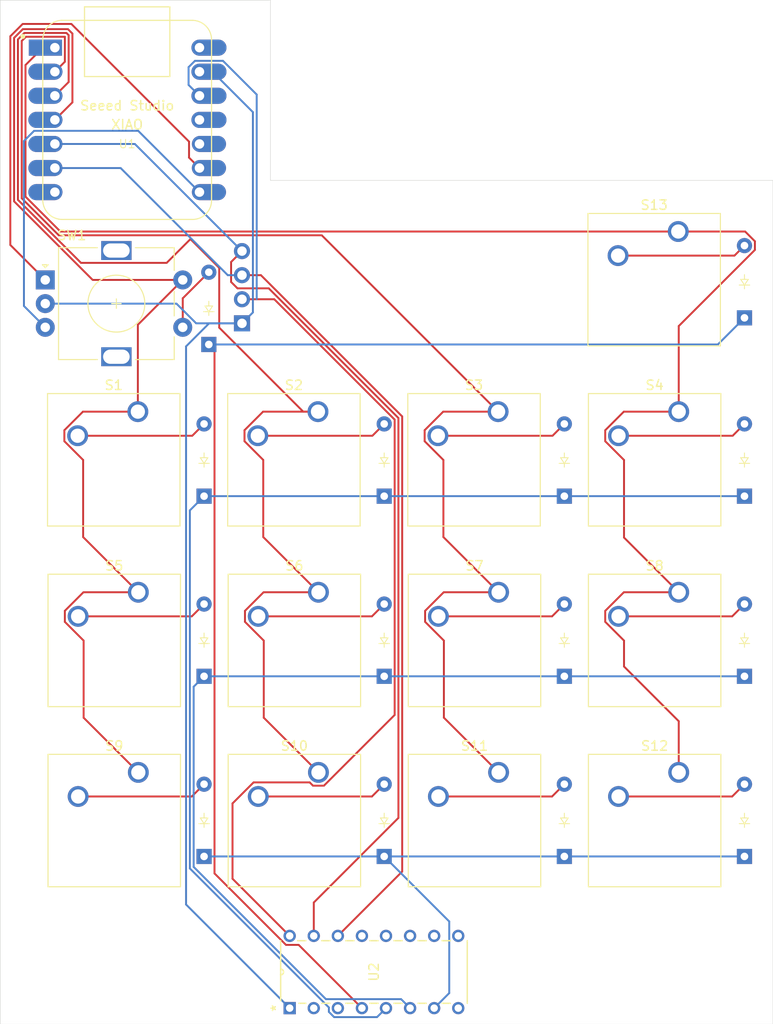
<source format=kicad_pcb>
(kicad_pcb (version 20240108) (generator "pcbnew") (generator_version "8.0")
  (layers (0 "F.Cu" signal) (31 "B.Cu" signal) (34 "B.Paste" user) (35 "F.Paste" user) (36 "B.SilkS" user "B.Silkscreen") (37 "F.SilkS" user "F.Silkscreen") (38 "B.Mask" user) (39 "F.Mask" user) (44 "Edge.Cuts" user))
  (net 0 "")
  (net 1 "SDA")
  (net 2 "SCL")
  (net 3 "GND")
  (net 4 "+3V3")
  (net 5 "Row 1")
  (net 6 "Net-(D1-A)")
  (net 7 "Net-(D2-A)")
  (net 8 "Net-(D3-A)")
  (net 9 "Net-(D4-A)")
  (net 10 "Row 2")
  (net 11 "Net-(D5-A)")
  (net 12 "Net-(D6-A)")
  (net 13 "Net-(D7-A)")
  (net 14 "Net-(D8-A)")
  (net 15 "Net-(D9-A)")
  (net 16 "Row 3")
  (net 17 "Net-(D10-A)")
  (net 18 "Net-(D11-A)")
  (net 19 "Net-(D12-A)")
  (net 20 "Net-(D13-A)")
  (net 21 "Row 0")
  (net 22 "E1OA")
  (net 23 "Column 3")
  (net 24 "Column 2")
  (net 25 "Column 1")
  (net 26 "Column 0")
  (net 27 "E1B")
  (net 28 "E1A")
  (net 30 "+5V")
  (footprint "footprints:XIAO-Generic-Hybrid-14P-2.54-21X17.8MM" (layer "F.Cu") (at 50.8895 38.12)
    (property "Reference" "U1" (at 0 2.54 0) (layer "F.SilkS") (effects (font (size 0.889 0.889) (thickness 0.1016))))
    (property "Value" "MOUDLE-SEEEDUINO-XIAO" (hide yes))
    (fp_text user "Seeed Studio" (at 0 -1.5 0) (layer "F.SilkS"))
    (fp_text user "XIAO" (at 0 0.5 0) (layer "F.SilkS"))
    (pad "1" thru_hole rect (at -7.625 -7.62) (size 3.5 1.7) (drill 1 (offset -1 0)) (layers "*.Cu" "*.Mask") (net 26 "Column 0"))
    (pad "2" thru_hole oval (at -7.625 -5.08) (size 3.6 1.7) (drill 1 (offset -1 0)) (layers "*.Cu" "*.Mask") (net 25 "Column 1"))
    (pad "3" thru_hole oval (at -7.625 -2.54) (size 3.6 1.7) (drill 1 (offset -1 0)) (layers "*.Cu" "*.Mask") (net 24 "Column 2"))
    (pad "4" thru_hole oval (at -7.625 0) (size 3.6 1.7) (drill 1 (offset -1 0)) (layers "*.Cu" "*.Mask") (net 23 "Column 3"))
    (pad "5" thru_hole oval (at -7.625 2.54) (size 3.6 1.7) (drill 1 (offset -1 0)) (layers "*.Cu" "*.Mask") (net 1 "SDA"))
    (pad "6" thru_hole oval (at -7.625 5.08 180) (size 3.6 1.7) (drill 1 (offset 1 0)) (layers "*.Cu" "*.Mask") (net 2 "SCL"))
    (pad "7" thru_hole oval (at -7.625 7.62) (size 3.6 1.7) (drill 1 (offset -1 0)) (layers "*.Cu" "*.Mask"))
    (pad "8" thru_hole oval (at 7.625 7.62) (size 3.6 1.7) (drill 1 (offset 1 0)) (layers "*.Cu" "*.Mask") (net 27 "E1B"))
    (pad "9" thru_hole oval (at 7.625 5.08) (size 3.6 1.7) (drill 1 (offset 1 0)) (layers "*.Cu" "*.Mask") (net 28 "E1A"))
    (pad "10" thru_hole oval (at 7.625 2.54) (size 3.6 1.7) (drill 1 (offset 1 0)) (layers "*.Cu" "*.Mask"))
    (pad "11" thru_hole oval (at 7.625 0) (size 3.7 1.7) (drill 1 (offset 1 0)) (layers "*.Cu" "*.Mask"))
    (pad "12" thru_hole oval (at 7.625 -2.54) (size 3.7 1.7) (drill 1 (offset 1 0)) (layers "*.Cu" "*.Mask") (net 4 "+3V3"))
    (pad "13" thru_hole oval (at 7.625 -5.08) (size 3.7 1.7) (drill 1 (offset 1 0)) (layers "*.Cu" "*.Mask") (net 3 "GND"))
    (pad "14" thru_hole oval (at 7.625 -7.62) (size 3.7 1.7) (drill 1 (offset 1 0)) (layers "*.Cu" "*.Mask") (net 30 "+5V"))
  )
  (footprint "Button_Switch_Keyboard:SW_Cherry_MX_1.00u_PCB" (layer "F.Cu") (at 109.015 49.895)
    (property "Reference" "S13" (at -2.54 -2.794 0) (layer "F.SilkS"))
    (property "Value" "Keyswitch")
    (pad "" np_thru_hole circle (at -7.62 5.08) (size 1.7 1.7) (drill 1.7) (layers "*.Cu" "*.Mask"))
    (pad "" np_thru_hole circle (at -2.54 5.08) (size 4 4) (drill 4) (layers "*.Cu" "*.Mask"))
    (pad "" np_thru_hole circle (at 2.54 5.08) (size 1.7 1.7) (drill 1.7) (layers "*.Cu" "*.Mask"))
    (pad "1" thru_hole circle (at 0 0) (size 2.2 2.2) (drill 1.5) (layers "*.Cu" "*.Mask") (net 26 "Column 0"))
    (pad "2" thru_hole circle (at -6.35 2.54) (size 2.2 2.2) (drill 1.5) (layers "*.Cu" "*.Mask") (net 20 "Net-(D13-A)"))
  )
  (footprint "ScottoKeebs_Components:Diode_DO-35" (layer "F.Cu") (at 97 96.81 90)
    (property "Reference" "D7" (hide yes))
    (property "Value" "Diode" (hide yes))
    (pad "1" thru_hole rect (at 0 0 90) (size 1.6 1.6) (drill 0.8) (layers "*.Cu" "*.Mask") (net 10 "Row 2"))
    (pad "2" thru_hole oval (at 7.62 0 90) (size 1.6 1.6) (drill 0.8) (layers "*.Cu" "*.Mask") (net 13 "Net-(D7-A)"))
  )
  (footprint "ScottoKeebs_Components:Diode_DO-35" (layer "F.Cu") (at 116 115.81 90)
    (property "Reference" "D12" (hide yes))
    (property "Value" "Diode" (hide yes))
    (pad "1" thru_hole rect (at 0 0 90) (size 1.6 1.6) (drill 0.8) (layers "*.Cu" "*.Mask") (net 16 "Row 3"))
    (pad "2" thru_hole oval (at 7.62 0 90) (size 1.6 1.6) (drill 0.8) (layers "*.Cu" "*.Mask") (net 19 "Net-(D12-A)"))
  )
  (footprint "ScottoKeebs_Components:Diode_DO-35" (layer "F.Cu") (at 116 77.81 90)
    (property "Reference" "D4" (hide yes))
    (property "Value" "Diode" (hide yes))
    (pad "1" thru_hole rect (at 0 0 90) (size 1.6 1.6) (drill 0.8) (layers "*.Cu" "*.Mask") (net 5 "Row 1"))
    (pad "2" thru_hole oval (at 7.62 0 90) (size 1.6 1.6) (drill 0.8) (layers "*.Cu" "*.Mask") (net 9 "Net-(D4-A)"))
  )
  (footprint "ScottoKeebs_Components:OLED_128x32" (layer "F.Cu") (at 61.4 49.78)
    (property "Reference" "Brd1" (hide yes))
    (property "Value" "SSD1306")
    (pad "1" thru_hole rect (at 1.6 9.8 180) (size 1.7 1.7) (drill 1) (layers "*.Cu" "*.Mask") (net 3 "GND"))
    (pad "2" thru_hole oval (at 1.6 7.26 180) (size 1.7 1.7) (drill 1) (layers "*.Cu" "*.Mask") (net 4 "+3V3"))
    (pad "3" thru_hole oval (at 1.6 4.72 180) (size 1.7 1.7) (drill 1) (layers "*.Cu" "*.Mask") (net 2 "SCL"))
    (pad "4" thru_hole oval (at 1.6 2.18 180) (size 1.7 1.7) (drill 1) (layers "*.Cu" "*.Mask") (net 1 "SDA"))
  )
  (footprint "Button_Switch_Keyboard:SW_Cherry_MX_1.00u_PCB" (layer "F.Cu") (at 52.015 68.895)
    (property "Reference" "S1" (at -2.54 -2.794 0) (layer "F.SilkS"))
    (property "Value" "Keyswitch")
    (pad "" np_thru_hole circle (at -7.62 5.08) (size 1.7 1.7) (drill 1.7) (layers "*.Cu" "*.Mask"))
    (pad "" np_thru_hole circle (at -2.54 5.08) (size 4 4) (drill 4) (layers "*.Cu" "*.Mask"))
    (pad "" np_thru_hole circle (at 2.54 5.08) (size 1.7 1.7) (drill 1.7) (layers "*.Cu" "*.Mask"))
    (pad "1" thru_hole circle (at 0 0) (size 2.2 2.2) (drill 1.5) (layers "*.Cu" "*.Mask") (net 23 "Column 3"))
    (pad "2" thru_hole circle (at -6.35 2.54) (size 2.2 2.2) (drill 1.5) (layers "*.Cu" "*.Mask") (net 6 "Net-(D1-A)"))
  )
  (footprint "ScottoKeebs_Components:Diode_DO-35" (layer "F.Cu") (at 78 115.81 90)
    (property "Reference" "D10" (hide yes))
    (property "Value" "Diode" (hide yes))
    (pad "1" thru_hole rect (at 0 0 90) (size 1.6 1.6) (drill 0.8) (layers "*.Cu" "*.Mask") (net 16 "Row 3"))
    (pad "2" thru_hole oval (at 7.62 0 90) (size 1.6 1.6) (drill 0.8) (layers "*.Cu" "*.Mask") (net 17 "Net-(D10-A)"))
  )
  (footprint "ScottoKeebs_Components:Diode_DO-35" (layer "F.Cu") (at 116 59 90)
    (property "Reference" "D13" (hide yes))
    (property "Value" "Diode" (hide yes))
    (pad "1" thru_hole rect (at 0 0 90) (size 1.6 1.6) (drill 0.8) (layers "*.Cu" "*.Mask") (net 21 "Row 0"))
    (pad "2" thru_hole oval (at 7.62 0 90) (size 1.6 1.6) (drill 0.8) (layers "*.Cu" "*.Mask") (net 20 "Net-(D13-A)"))
  )
  (footprint "ScottoKeebs_Components:Diode_DO-35" (layer "F.Cu") (at 59 96.81 90)
    (property "Reference" "D5" (hide yes))
    (property "Value" "Diode" (hide yes))
    (pad "1" thru_hole rect (at 0 0 90) (size 1.6 1.6) (drill 0.8) (layers "*.Cu" "*.Mask") (net 10 "Row 2"))
    (pad "2" thru_hole oval (at 7.62 0 90) (size 1.6 1.6) (drill 0.8) (layers "*.Cu" "*.Mask") (net 11 "Net-(D5-A)"))
  )
  (footprint "Button_Switch_Keyboard:SW_Cherry_MX_1.00u_PCB" (layer "F.Cu") (at 71.065 106.945)
    (property "Reference" "S10" (at -2.54 -2.794 0) (layer "F.SilkS"))
    (property "Value" "Keyswitch")
    (pad "" np_thru_hole circle (at -7.62 5.08) (size 1.7 1.7) (drill 1.7) (layers "*.Cu" "*.Mask"))
    (pad "" np_thru_hole circle (at -2.54 5.08) (size 4 4) (drill 4) (layers "*.Cu" "*.Mask"))
    (pad "" np_thru_hole circle (at 2.54 5.08) (size 1.7 1.7) (drill 1.7) (layers "*.Cu" "*.Mask"))
    (pad "1" thru_hole circle (at 0 0) (size 2.2 2.2) (drill 1.5) (layers "*.Cu" "*.Mask") (net 24 "Column 2"))
    (pad "2" thru_hole circle (at -6.35 2.54) (size 2.2 2.2) (drill 1.5) (layers "*.Cu" "*.Mask") (net 17 "Net-(D10-A)"))
  )
  (footprint "footprintss:N16" (layer "F.Cu") (at 85.81 124.19 90)
    (property "Reference" "U2" (at -3.81 -8.89 90) (layer "F.SilkS"))
    (property "Value" "PCF8574A")
    (fp_text user "*" (at -7.62 -19.1897 90) (layer "F.SilkS"))
    (fp_text user "*" (at -7.62 -19.1897 90) (layer "F.SilkS"))
    (pad "1" thru_hole rect (at -7.62 -17.78 90) (size 1.2954 1.2954) (drill 0.7874) (layers "*.Cu" "*.Mask") (net 3 "GND"))
    (pad "2" thru_hole circle (at -7.62 -15.24 90) (size 1.2954 1.2954) (drill 0.7874) (layers "*.Cu" "*.Mask") (net 3 "GND"))
    (pad "3" thru_hole circle (at -7.62 -12.7 90) (size 1.2954 1.2954) (drill 0.7874) (layers "*.Cu" "*.Mask") (net 3 "GND"))
    (pad "4" thru_hole circle (at -7.62 -10.16 90) (size 1.2954 1.2954) (drill 0.7874) (layers "*.Cu" "*.Mask") (net 21 "Row 0"))
    (pad "5" thru_hole circle (at -7.62 -7.62 90) (size 1.2954 1.2954) (drill 0.7874) (layers "*.Cu" "*.Mask") (net 5 "Row 1"))
    (pad "6" thru_hole circle (at -7.62 -5.08 90) (size 1.2954 1.2954) (drill 0.7874) (layers "*.Cu" "*.Mask") (net 10 "Row 2"))
    (pad "7" thru_hole circle (at -7.62 -2.54 90) (size 1.2954 1.2954) (drill 0.7874) (layers "*.Cu" "*.Mask") (net 16 "Row 3"))
    (pad "8" thru_hole circle (at -7.62 0 90) (size 1.2954 1.2954) (drill 0.7874) (layers "*.Cu" "*.Mask") (net 3 "GND"))
    (pad "9" thru_hole circle (at 0 0 90) (size 1.2954 1.2954) (drill 0.7874) (layers "*.Cu" "*.Mask"))
    (pad "10" thru_hole circle (at 0 -2.54 90) (size 1.2954 1.2954) (drill 0.7874) (layers "*.Cu" "*.Mask"))
    (pad "11" thru_hole circle (at 0 -5.08 90) (size 1.2954 1.2954) (drill 0.7874) (layers "*.Cu" "*.Mask"))
    (pad "12" thru_hole circle (at 0 -7.62 90) (size 1.2954 1.2954) (drill 0.7874) (layers "*.Cu" "*.Mask"))
    (pad "13" thru_hole circle (at 0 -10.16 90) (size 1.2954 1.2954) (drill 0.7874) (layers "*.Cu" "*.Mask"))
    (pad "14" thru_hole circle (at 0 -12.7 90) (size 1.2954 1.2954) (drill 0.7874) (layers "*.Cu" "*.Mask") (net 2 "SCL"))
    (pad "15" thru_hole circle (at 0 -15.24 90) (size 1.2954 1.2954) (drill 0.7874) (layers "*.Cu" "*.Mask") (net 1 "SDA"))
    (pad "16" thru_hole circle (at 0 -17.78 90) (size 1.2954 1.2954) (drill 0.7874) (layers "*.Cu" "*.Mask") (net 4 "+3V3"))
  )
  (footprint "Button_Switch_Keyboard:SW_Cherry_MX_1.00u_PCB" (layer "F.Cu") (at 109.065 68.895)
    (property "Reference" "S4" (at -2.54 -2.794 0) (layer "F.SilkS"))
    (property "Value" "Keyswitch")
    (pad "" np_thru_hole circle (at -7.62 5.08) (size 1.7 1.7) (drill 1.7) (layers "*.Cu" "*.Mask"))
    (pad "" np_thru_hole circle (at -2.54 5.08) (size 4 4) (drill 4) (layers "*.Cu" "*.Mask"))
    (pad "" np_thru_hole circle (at 2.54 5.08) (size 1.7 1.7) (drill 1.7) (layers "*.Cu" "*.Mask"))
    (pad "1" thru_hole circle (at 0 0) (size 2.2 2.2) (drill 1.5) (layers "*.Cu" "*.Mask") (net 26 "Column 0"))
    (pad "2" thru_hole circle (at -6.35 2.54) (size 2.2 2.2) (drill 1.5) (layers "*.Cu" "*.Mask") (net 9 "Net-(D4-A)"))
  )
  (footprint "Button_Switch_Keyboard:SW_Cherry_MX_1.00u_PCB" (layer "F.Cu") (at 71.065 87.945)
    (property "Reference" "S6" (at -2.54 -2.794 0) (layer "F.SilkS"))
    (property "Value" "Keyswitch")
    (pad "" np_thru_hole circle (at -7.62 5.08) (size 1.7 1.7) (drill 1.7) (layers "*.Cu" "*.Mask"))
    (pad "" np_thru_hole circle (at -2.54 5.08) (size 4 4) (drill 4) (layers "*.Cu" "*.Mask"))
    (pad "" np_thru_hole circle (at 2.54 5.08) (size 1.7 1.7) (drill 1.7) (layers "*.Cu" "*.Mask"))
    (pad "1" thru_hole circle (at 0 0) (size 2.2 2.2) (drill 1.5) (layers "*.Cu" "*.Mask") (net 24 "Column 2"))
    (pad "2" thru_hole circle (at -6.35 2.54) (size 2.2 2.2) (drill 1.5) (layers "*.Cu" "*.Mask") (net 12 "Net-(D6-A)"))
  )
  (footprint "Button_Switch_Keyboard:SW_Cherry_MX_1.00u_PCB" (layer "F.Cu") (at 90.065 87.945)
    (property "Reference" "S7" (at -2.54 -2.794 0) (layer "F.SilkS"))
    (property "Value" "Keyswitch")
    (pad "" np_thru_hole circle (at -7.62 5.08) (size 1.7 1.7) (drill 1.7) (layers "*.Cu" "*.Mask"))
    (pad "" np_thru_hole circle (at -2.54 5.08) (size 4 4) (drill 4) (layers "*.Cu" "*.Mask"))
    (pad "" np_thru_hole circle (at 2.54 5.08) (size 1.7 1.7) (drill 1.7) (layers "*.Cu" "*.Mask"))
    (pad "1" thru_hole circle (at 0 0) (size 2.2 2.2) (drill 1.5) (layers "*.Cu" "*.Mask") (net 25 "Column 1"))
    (pad "2" thru_hole circle (at -6.35 2.54) (size 2.2 2.2) (drill 1.5) (layers "*.Cu" "*.Mask") (net 13 "Net-(D7-A)"))
  )
  (footprint "ScottoKeebs_Components:Diode_DO-35" (layer "F.Cu") (at 78 77.81 90)
    (property "Reference" "D2" (hide yes))
    (property "Value" "Diode" (hide yes))
    (pad "1" thru_hole rect (at 0 0 90) (size 1.6 1.6) (drill 0.8) (layers "*.Cu" "*.Mask") (net 5 "Row 1"))
    (pad "2" thru_hole oval (at 7.62 0 90) (size 1.6 1.6) (drill 0.8) (layers "*.Cu" "*.Mask") (net 7 "Net-(D2-A)"))
  )
  (footprint "Button_Switch_Keyboard:SW_Cherry_MX_1.00u_PCB" (layer "F.Cu") (at 90.065 106.945)
    (property "Reference" "S11" (at -2.54 -2.794 0) (layer "F.SilkS"))
    (property "Value" "Keyswitch")
    (pad "" np_thru_hole circle (at -7.62 5.08) (size 1.7 1.7) (drill 1.7) (layers "*.Cu" "*.Mask"))
    (pad "" np_thru_hole circle (at -2.54 5.08) (size 4 4) (drill 4) (layers "*.Cu" "*.Mask"))
    (pad "" np_thru_hole circle (at 2.54 5.08) (size 1.7 1.7) (drill 1.7) (layers "*.Cu" "*.Mask"))
    (pad "1" thru_hole circle (at 0 0) (size 2.2 2.2) (drill 1.5) (layers "*.Cu" "*.Mask") (net 25 "Column 1"))
    (pad "2" thru_hole circle (at -6.35 2.54) (size 2.2 2.2) (drill 1.5) (layers "*.Cu" "*.Mask") (net 18 "Net-(D11-A)"))
  )
  (footprint "ScottoKeebs_Components:Diode_DO-35" (layer "F.Cu") (at 116 96.81 90)
    (property "Reference" "D8" (hide yes))
    (property "Value" "Diode" (hide yes))
    (pad "1" thru_hole rect (at 0 0 90) (size 1.6 1.6) (drill 0.8) (layers "*.Cu" "*.Mask") (net 10 "Row 2"))
    (pad "2" thru_hole oval (at 7.62 0 90) (size 1.6 1.6) (drill 0.8) (layers "*.Cu" "*.Mask") (net 14 "Net-(D8-A)"))
  )
  (footprint "Button_Switch_Keyboard:SW_Cherry_MX_1.00u_PCB" (layer "F.Cu") (at 109.065 87.945)
    (property "Reference" "S8" (at -2.54 -2.794 0) (layer "F.SilkS"))
    (property "Value" "Keyswitch")
    (pad "" np_thru_hole circle (at -7.62 5.08) (size 1.7 1.7) (drill 1.7) (layers "*.Cu" "*.Mask"))
    (pad "" np_thru_hole circle (at -2.54 5.08) (size 4 4) (drill 4) (layers "*.Cu" "*.Mask"))
    (pad "" np_thru_hole circle (at 2.54 5.08) (size 1.7 1.7) (drill 1.7) (layers "*.Cu" "*.Mask"))
    (pad "1" thru_hole circle (at 0 0) (size 2.2 2.2) (drill 1.5) (layers "*.Cu" "*.Mask") (net 26 "Column 0"))
    (pad "2" thru_hole circle (at -6.35 2.54) (size 2.2 2.2) (drill 1.5) (layers "*.Cu" "*.Mask") (net 14 "Net-(D8-A)"))
  )
  (footprint "Button_Switch_Keyboard:SW_Cherry_MX_1.00u_PCB" (layer "F.Cu") (at 90.015 68.895)
    (property "Reference" "S3" (at -2.54 -2.794 0) (layer "F.SilkS"))
    (property "Value" "Keyswitch")
    (pad "" np_thru_hole circle (at -7.62 5.08) (size 1.7 1.7) (drill 1.7) (layers "*.Cu" "*.Mask"))
    (pad "" np_thru_hole circle (at -2.54 5.08) (size 4 4) (drill 4) (layers "*.Cu" "*.Mask"))
    (pad "" np_thru_hole circle (at 2.54 5.08) (size 1.7 1.7) (drill 1.7) (layers "*.Cu" "*.Mask"))
    (pad "1" thru_hole circle (at 0 0) (size 2.2 2.2) (drill 1.5) (layers "*.Cu" "*.Mask") (net 25 "Column 1"))
    (pad "2" thru_hole circle (at -6.35 2.54) (size 2.2 2.2) (drill 1.5) (layers "*.Cu" "*.Mask") (net 8 "Net-(D3-A)"))
  )
  (footprint "ScottoKeebs_Components:Diode_DO-35" (layer "F.Cu") (at 59.5 61.81 90)
    (property "Reference" "D14" (hide yes))
    (property "Value" "Diode" (hide yes))
    (pad "1" thru_hole rect (at 0 0 90) (size 1.6 1.6) (drill 0.8) (layers "*.Cu" "*.Mask") (net 21 "Row 0"))
    (pad "2" thru_hole oval (at 7.62 0 90) (size 1.6 1.6) (drill 0.8) (layers "*.Cu" "*.Mask") (net 22 "E1OA"))
  )
  (footprint "ScottoKeebs_Components:Diode_DO-35" (layer "F.Cu") (at 59 115.81 90)
    (property "Reference" "D9" (hide yes))
    (property "Value" "Diode" (hide yes))
    (pad "1" thru_hole rect (at 0 0 90) (size 1.6 1.6) (drill 0.8) (layers "*.Cu" "*.Mask") (net 16 "Row 3"))
    (pad "2" thru_hole oval (at 7.62 0 90) (size 1.6 1.6) (drill 0.8) (layers "*.Cu" "*.Mask") (net 15 "Net-(D9-A)"))
  )
  (footprint "ScottoKeebs_Components:Diode_DO-35" (layer "F.Cu") (at 59 77.81 90)
    (property "Reference" "D1" (hide yes))
    (property "Value" "Diode" (hide yes))
    (pad "1" thru_hole rect (at 0 0 90) (size 1.6 1.6) (drill 0.8) (layers "*.Cu" "*.Mask") (net 5 "Row 1"))
    (pad "2" thru_hole oval (at 7.62 0 90) (size 1.6 1.6) (drill 0.8) (layers "*.Cu" "*.Mask") (net 6 "Net-(D1-A)"))
  )
  (footprint "Button_Switch_Keyboard:SW_Cherry_MX_1.00u_PCB" (layer "F.Cu") (at 52.065 87.945)
    (property "Reference" "S5" (at -2.54 -2.794 0) (layer "F.SilkS"))
    (property "Value" "Keyswitch")
    (pad "" np_thru_hole circle (at -7.62 5.08) (size 1.7 1.7) (drill 1.7) (layers "*.Cu" "*.Mask"))
    (pad "" np_thru_hole circle (at -2.54 5.08) (size 4 4) (drill 4) (layers "*.Cu" "*.Mask"))
    (pad "" np_thru_hole circle (at 2.54 5.08) (size 1.7 1.7) (drill 1.7) (layers "*.Cu" "*.Mask"))
    (pad "1" thru_hole circle (at 0 0) (size 2.2 2.2) (drill 1.5) (layers "*.Cu" "*.Mask") (net 23 "Column 3"))
    (pad "2" thru_hole circle (at -6.35 2.54) (size 2.2 2.2) (drill 1.5) (layers "*.Cu" "*.Mask") (net 11 "Net-(D5-A)"))
  )
  (footprint "ScottoKeebs_Components:Diode_DO-35" (layer "F.Cu") (at 97 77.81 90)
    (property "Reference" "D3" (hide yes))
    (property "Value" "Diode" (hide yes))
    (pad "1" thru_hole rect (at 0 0 90) (size 1.6 1.6) (drill 0.8) (layers "*.Cu" "*.Mask") (net 5 "Row 1"))
    (pad "2" thru_hole oval (at 7.62 0 90) (size 1.6 1.6) (drill 0.8) (layers "*.Cu" "*.Mask") (net 8 "Net-(D3-A)"))
  )
  (footprint "Button_Switch_Keyboard:SW_Cherry_MX_1.00u_PCB" (layer "F.Cu") (at 71.015 68.895)
    (property "Reference" "S2" (at -2.54 -2.794 0) (layer "F.SilkS"))
    (property "Value" "Keyswitch")
    (pad "" np_thru_hole circle (at -7.62 5.08) (size 1.7 1.7) (drill 1.7) (layers "*.Cu" "*.Mask"))
    (pad "" np_thru_hole circle (at -2.54 5.08) (size 4 4) (drill 4) (layers "*.Cu" "*.Mask"))
    (pad "" np_thru_hole circle (at 2.54 5.08) (size 1.7 1.7) (drill 1.7) (layers "*.Cu" "*.Mask"))
    (pad "1" thru_hole circle (at 0 0) (size 2.2 2.2) (drill 1.5) (layers "*.Cu" "*.Mask") (net 24 "Column 2"))
    (pad "2" thru_hole circle (at -6.35 2.54) (size 2.2 2.2) (drill 1.5) (layers "*.Cu" "*.Mask") (net 7 "Net-(D2-A)"))
  )
  (footprint "Button_Switch_Keyboard:SW_Cherry_MX_1.00u_PCB" (layer "F.Cu") (at 52.065 106.945)
    (property "Reference" "S9" (at -2.54 -2.794 0) (layer "F.SilkS"))
    (property "Value" "Keyswitch")
    (pad "" np_thru_hole circle (at -7.62 5.08) (size 1.7 1.7) (drill 1.7) (layers "*.Cu" "*.Mask"))
    (pad "" np_thru_hole circle (at -2.54 5.08) (size 4 4) (drill 4) (layers "*.Cu" "*.Mask"))
    (pad "" np_thru_hole circle (at 2.54 5.08) (size 1.7 1.7) (drill 1.7) (layers "*.Cu" "*.Mask"))
    (pad "1" thru_hole circle (at 0 0) (size 2.2 2.2) (drill 1.5) (layers "*.Cu" "*.Mask") (net 23 "Column 3"))
    (pad "2" thru_hole circle (at -6.35 2.54) (size 2.2 2.2) (drill 1.5) (layers "*.Cu" "*.Mask") (net 15 "Net-(D9-A)"))
  )
  (footprint "ScottoKeebs_Components:Diode_DO-35" (layer "F.Cu") (at 78 96.81 90)
    (property "Reference" "D6" (hide yes))
    (property "Value" "Diode" (hide yes))
    (pad "1" thru_hole rect (at 0 0 90) (size 1.6 1.6) (drill 0.8) (layers "*.Cu" "*.Mask") (net 10 "Row 2"))
    (pad "2" thru_hole oval (at 7.62 0 90) (size 1.6 1.6) (drill 0.8) (layers "*.Cu" "*.Mask") (net 12 "Net-(D6-A)"))
  )
  (footprint "Button_Switch_Keyboard:SW_Cherry_MX_1.00u_PCB" (layer "F.Cu") (at 109.065 106.945)
    (property "Reference" "S12" (at -2.54 -2.794 0) (layer "F.SilkS"))
    (property "Value" "Keyswitch")
    (pad "" np_thru_hole circle (at -7.62 5.08) (size 1.7 1.7) (drill 1.7) (layers "*.Cu" "*.Mask"))
    (pad "" np_thru_hole circle (at -2.54 5.08) (size 4 4) (drill 4) (layers "*.Cu" "*.Mask"))
    (pad "" np_thru_hole circle (at 2.54 5.08) (size 1.7 1.7) (drill 1.7) (layers "*.Cu" "*.Mask"))
    (pad "1" thru_hole circle (at 0 0) (size 2.2 2.2) (drill 1.5) (layers "*.Cu" "*.Mask") (net 26 "Column 0"))
    (pad "2" thru_hole circle (at -6.35 2.54) (size 2.2 2.2) (drill 1.5) (layers "*.Cu" "*.Mask") (net 19 "Net-(D12-A)"))
  )
  (footprint "Rotary_Encoder:RotaryEncoder_Alps_EC11E-Switch_Vertical_H20mm" (layer "F.Cu") (at 42.25 55)
    (property "Reference" "SW1" (at 2.8 -4.7 0) (layer "F.SilkS"))
    (property "Value" "RotaryEncoder_Switch")
    (pad "A" thru_hole rect (at 0 0) (size 2 2) (drill 1) (layers "*.Cu" "*.Mask") (net 28 "E1A"))
    (pad "B" thru_hole circle (at 0 5) (size 2 2) (drill 1) (layers "*.Cu" "*.Mask") (net 27 "E1B"))
    (pad "C" thru_hole circle (at 0 2.5) (size 2 2) (drill 1) (layers "*.Cu" "*.Mask") (net 3 "GND"))
    (pad "MP" thru_hole rect (at 7.5 -3.1) (size 3.2 2) (drill oval 2.8 1.5) (layers "*.Cu" "*.Mask"))
    (pad "MP" thru_hole rect (at 7.5 8.1) (size 3.2 2) (drill oval 2.8 1.5) (layers "*.Cu" "*.Mask"))
    (pad "S1" thru_hole circle (at 14.5 5) (size 2 2) (drill 1) (layers "*.Cu" "*.Mask") (net 22 "E1OA"))
    (pad "S2" thru_hole circle (at 14.5 0) (size 2 2) (drill 1) (layers "*.Cu" "*.Mask") (net 23 "Column 3"))
  )
  (footprint "ScottoKeebs_Components:Diode_DO-35" (layer "F.Cu") (at 97 115.81 90)
    (property "Reference" "D11" (hide yes))
    (property "Value" "Diode" (hide yes))
    (pad "1" thru_hole rect (at 0 0 90) (size 1.6 1.6) (drill 0.8) (layers "*.Cu" "*.Mask") (net 16 "Row 3"))
    (pad "2" thru_hole oval (at 7.62 0 90) (size 1.6 1.6) (drill 0.8) (layers "*.Cu" "*.Mask") (net 18 "Net-(D11-A)"))
  )
  (gr_line (start 37.5 25.5) (end 37.5 133.5) (stroke (width 0.05)) (layer "Edge.Cuts"))
  (gr_line (start 37.5 133.5) (end 119 133.5) (stroke (width 0.05)) (layer "Edge.Cuts"))
  (gr_line (start 119 133.5) (end 119 44.5) (stroke (width 0.05)) (layer "Edge.Cuts"))
  (gr_line (start 66 25.5) (end 37.5 25.5) (stroke (width 0.05)) (layer "Edge.Cuts"))
  (gr_line (start 66 44.5) (end 66 25.5) (stroke (width 0.05)) (layer "Edge.Cuts"))
  (gr_line (start 119 44.5) (end 66 44.5) (stroke (width 0.05)) (layer "Edge.Cuts"))
  (segment (start 70.57 120.6723) (end 70.57 124.19) (width 0.2) (layer "F.Cu") (net 1))
  (segment (start 63 51.96) (end 61.85 53.11) (width 0.2) (layer "F.Cu") (net 1))
  (segment (start 61.85 55.216346) (end 62.523654 55.89) (width 0.2) (layer "F.Cu") (net 1))
  (segment (start 79.5 69.568679) (end 79.5 111.7423) (width 0.2) (layer "F.Cu") (net 1))
  (segment (start 79.5 111.7423) (end 70.57 120.6723) (width 0.2) (layer "F.Cu") (net 1))
  (segment (start 62.523654 55.89) (end 65.821321 55.89) (width 0.2) (layer "F.Cu") (net 1))
  (segment (start 61.85 53.11) (end 61.85 55.216346) (width 0.2) (layer "F.Cu") (net 1))
  (segment (start 65.821321 55.89) (end 79.5 69.568679) (width 0.2) (layer "F.Cu") (net 1))
  (segment (start 43.2645 40.66) (end 51.7 40.66) (width 0.2) (layer "B.Cu") (net 1))
  (segment (start 51.7 40.66) (end 63 51.96) (width 0.2) (layer "B.Cu") (net 1))
  (segment (start 63 54.5) (end 64.997007 54.5) (width 0.2) (layer "F.Cu") (net 2))
  (segment (start 79.9 69.402993) (end 79.9 117.4) (width 0.2) (layer "F.Cu") (net 2))
  (segment (start 64.997007 54.5) (end 79.9 69.402993) (width 0.2) (layer "F.Cu") (net 2))
  (segment (start 79.9 117.4) (end 73.11 124.19) (width 0.2) (layer "F.Cu") (net 2))
  (segment (start 50.2 43.2) (end 61.5 54.5) (width 0.2) (layer "B.Cu") (net 2))
  (segment (start 61.5 54.5) (end 63 54.5) (width 0.2) (layer "B.Cu") (net 2))
  (segment (start 43.2645 43.2) (end 50.2 43.2) (width 0.2) (layer "B.Cu") (net 2))
  (segment (start 42.25 57.5) (end 56.088478 57.5) (width 0.2) (layer "B.Cu") (net 3))
  (segment (start 64.15 37.3) (end 59.89 33.04) (width 0.2) (layer "B.Cu") (net 3))
  (segment (start 58.168478 59.58) (end 63 59.58) (width 0.2) (layer "B.Cu") (net 3))
  (segment (start 57.1 62.01) (end 57.1 120.88) (width 0.2) (layer "B.Cu") (net 3))
  (segment (start 63 59.58) (end 64.15 58.43) (width 0.2) (layer "B.Cu") (net 3))
  (segment (start 63 59.58) (end 59.53 59.58) (width 0.2) (layer "B.Cu") (net 3))
  (segment (start 56.088478 57.5) (end 58.168478 59.58) (width 0.2) (layer "B.Cu") (net 3))
  (segment (start 59.53 59.58) (end 57.1 62.01) (width 0.2) (layer "B.Cu") (net 3))
  (segment (start 64.15 58.43) (end 64.15 37.3) (width 0.2) (layer "B.Cu") (net 3))
  (segment (start 59.89 33.04) (end 58.5145 33.04) (width 0.2) (layer "B.Cu") (net 3))
  (segment (start 57.1 120.88) (end 68.03 131.81) (width 0.2) (layer "B.Cu") (net 3))
  (segment (start 79.1 100.889899) (end 71.644899 108.345) (width 0.2) (layer "F.Cu") (net 4))
  (segment (start 64.220101 108) (end 62 110.220101) (width 0.2) (layer "F.Cu") (net 4))
  (segment (start 62 118.16) (end 68.03 124.19) (width 0.2) (layer "F.Cu") (net 4))
  (segment (start 71.644899 108.345) (end 70.485101 108.345) (width 0.2) (layer "F.Cu") (net 4))
  (segment (start 66.405635 57.04) (end 79.1 69.734365) (width 0.2) (layer "F.Cu") (net 4))
  (segment (start 70.485101 108.345) (end 70.140101 108) (width 0.2) (layer "F.Cu") (net 4))
  (segment (start 79.1 69.734365) (end 79.1 100.889899) (width 0.2) (layer "F.Cu") (net 4))
  (segment (start 62 110.220101) (end 62 118.16) (width 0.2) (layer "F.Cu") (net 4))
  (segment (start 63 57.04) (end 66.405635 57.04) (width 0.2) (layer "F.Cu") (net 4))
  (segment (start 70.140101 108) (end 64.220101 108) (width 0.2) (layer "F.Cu") (net 4))
  (segment (start 58.5145 35.58) (end 57.3645 34.43) (width 0.2) (layer "B.Cu") (net 4))
  (segment (start 57.3645 32.563654) (end 58.038154 31.89) (width 0.2) (layer "B.Cu") (net 4))
  (segment (start 58.038154 31.89) (end 60.990846 31.89) (width 0.2) (layer "B.Cu") (net 4))
  (segment (start 64.55 35.449154) (end 64.55 57.04) (width 0.2) (layer "B.Cu") (net 4))
  (segment (start 60.990846 31.89) (end 64.55 35.449154) (width 0.2) (layer "B.Cu") (net 4))
  (segment (start 57.3645 34.43) (end 57.3645 32.563654) (width 0.2) (layer "B.Cu") (net 4))
  (segment (start 97 77.81) (end 78 77.81) (width 0.2) (layer "B.Cu") (net 5))
  (segment (start 72.1623 132.202551) (end 72.717449 132.7577) (width 0.2) (layer "B.Cu") (net 5))
  (segment (start 72.717449 132.7577) (end 77.2423 132.7577) (width 0.2) (layer "B.Cu") (net 5))
  (segment (start 59 77.81) (end 57.5 79.31) (width 0.2) (layer "B.Cu") (net 5))
  (segment (start 57.5 117.075686) (end 72.1623 131.737986) (width 0.2) (layer "B.Cu") (net 5))
  (segment (start 72.1623 131.737986) (end 72.1623 132.202551) (width 0.2) (layer "B.Cu") (net 5))
  (segment (start 116 77.81) (end 97 77.81) (width 0.2) (layer "B.Cu") (net 5))
  (segment (start 78 77.81) (end 59 77.81) (width 0.2) (layer "B.Cu") (net 5))
  (segment (start 77.2423 132.7577) (end 78.19 131.81) (width 0.2) (layer "B.Cu") (net 5))
  (segment (start 57.5 79.31) (end 57.5 117.075686) (width 0.2) (layer "B.Cu") (net 5))
  (segment (start 57.755 71.435) (end 59 70.19) (width 0.2) (layer "F.Cu") (net 6))
  (segment (start 45.665 71.435) (end 57.755 71.435) (width 0.2) (layer "F.Cu") (net 6))
  (segment (start 64.665 71.435) (end 76.755 71.435) (width 0.2) (layer "F.Cu") (net 7))
  (segment (start 76.755 71.435) (end 78 70.19) (width 0.2) (layer "F.Cu") (net 7))
  (segment (start 83.665 71.435) (end 95.755 71.435) (width 0.2) (layer "F.Cu") (net 8))
  (segment (start 95.755 71.435) (end 97 70.19) (width 0.2) (layer "F.Cu") (net 8))
  (segment (start 114.755 71.435) (end 116 70.19) (width 0.2) (layer "F.Cu") (net 9))
  (segment (start 102.715 71.435) (end 114.755 71.435) (width 0.2) (layer "F.Cu") (net 9))
  (segment (start 57.9 116.91) (end 71.8523 130.8623) (width 0.2) (layer "B.Cu") (net 10))
  (segment (start 71.8523 130.8623) (end 79.7823 130.8623) (width 0.2) (layer "B.Cu") (net 10))
  (segment (start 59 96.81) (end 57.9 97.91) (width 0.2) (layer "B.Cu") (net 10))
  (segment (start 116 96.81) (end 97 96.81) (width 0.2) (layer "B.Cu") (net 10))
  (segment (start 97 96.81) (end 78 96.81) (width 0.2) (layer "B.Cu") (net 10))
  (segment (start 79.7823 130.8623) (end 80.73 131.81) (width 0.2) (layer "B.Cu") (net 10))
  (segment (start 57.9 97.91) (end 57.9 116.91) (width 0.2) (layer "B.Cu") (net 10))
  (segment (start 78 96.81) (end 59 96.81) (width 0.2) (layer "B.Cu") (net 10))
  (segment (start 57.705 90.485) (end 59 89.19) (width 0.2) (layer "F.Cu") (net 11))
  (segment (start 45.715 90.485) (end 57.705 90.485) (width 0.2) (layer "F.Cu") (net 11))
  (segment (start 76.705 90.485) (end 78 89.19) (width 0.2) (layer "F.Cu") (net 12))
  (segment (start 64.715 90.485) (end 76.705 90.485) (width 0.2) (layer "F.Cu") (net 12))
  (segment (start 83.715 90.485) (end 95.705 90.485) (width 0.2) (layer "F.Cu") (net 13))
  (segment (start 95.705 90.485) (end 97 89.19) (width 0.2) (layer "F.Cu") (net 13))
  (segment (start 102.715 90.485) (end 114.705 90.485) (width 0.2) (layer "F.Cu") (net 14))
  (segment (start 114.705 90.485) (end 116 89.19) (width 0.2) (layer "F.Cu") (net 14))
  (segment (start 45.715 109.485) (end 57.705 109.485) (width 0.2) (layer "F.Cu") (net 15))
  (segment (start 57.705 109.485) (end 59 108.19) (width 0.2) (layer "F.Cu") (net 15))
  (segment (start 84.8623 130.2177) (end 83.27 131.81) (width 0.2) (layer "B.Cu") (net 16))
  (segment (start 97 115.81) (end 78 115.81) (width 0.2) (layer "B.Cu") (net 16))
  (segment (start 116 115.81) (end 97 115.81) (width 0.2) (layer "B.Cu") (net 16))
  (segment (start 78 115.81) (end 84.8623 122.6723) (width 0.2) (layer "B.Cu") (net 16))
  (segment (start 78 115.81) (end 59 115.81) (width 0.2) (layer "B.Cu") (net 16))
  (segment (start 84.8623 122.6723) (end 84.8623 130.2177) (width 0.2) (layer "B.Cu") (net 16))
  (segment (start 76.705 109.485) (end 78 108.19) (width 0.2) (layer "F.Cu") (net 17))
  (segment (start 64.715 109.485) (end 76.705 109.485) (width 0.2) (layer "F.Cu") (net 17))
  (segment (start 83.715 109.485) (end 95.705 109.485) (width 0.2) (layer "F.Cu") (net 18))
  (segment (start 95.705 109.485) (end 97 108.19) (width 0.2) (layer "F.Cu") (net 18))
  (segment (start 114.705 109.485) (end 116 108.19) (width 0.2) (layer "F.Cu") (net 19))
  (segment (start 102.715 109.485) (end 114.705 109.485) (width 0.2) (layer "F.Cu") (net 19))
  (segment (start 114.945 52.435) (end 116 51.38) (width 0.2) (layer "F.Cu") (net 20))
  (segment (start 102.665 52.435) (end 114.945 52.435) (width 0.2) (layer "F.Cu") (net 20))
  (segment (start 75.65 131.81) (end 68.9777 125.1377) (width 0.2) (layer "F.Cu") (net 21))
  (segment (start 67.637449 125.1377) (end 60.1 117.600251) (width 0.2) (layer "F.Cu") (net 21))
  (segment (start 68.9777 125.1377) (end 67.637449 125.1377) (width 0.2) (layer "F.Cu") (net 21))
  (segment (start 60.1 117.600251) (end 60.1 62.41) (width 0.2) (layer "F.Cu") (net 21))
  (segment (start 60.1 62.41) (end 59.5 61.81) (width 0.2) (layer "F.Cu") (net 21))
  (segment (start 113.19 61.81) (end 59.5 61.81) (width 0.2) (layer "B.Cu") (net 21))
  (segment (start 116 59) (end 113.19 61.81) (width 0.2) (layer "B.Cu") (net 21))
  (segment (start 56.75 60) (end 56.75 56.94) (width 0.2) (layer "F.Cu") (net 22))
  (segment (start 56.75 56.94) (end 59.5 54.19) (width 0.2) (layer "F.Cu") (net 22))
  (segment (start 46.275101 87.945) (end 52.065 87.945) (width 0.2) (layer "F.Cu") (net 23))
  (segment (start 38.9645 46.713404) (end 38.9645 29.468628) (width 0.2) (layer "F.Cu") (net 23))
  (segment (start 52.065 106.945) (end 46.294899 101.174899) (width 0.2) (layer "F.Cu") (net 23))
  (segment (start 45.1145 29.018629) (end 45.1145 36.27) (width 0.2) (layer "F.Cu") (net 23))
  (segment (start 52.015 68.895) (end 52.015 59.735) (width 0.2) (layer "F.Cu") (net 23))
  (segment (start 45.1145 36.27) (end 43.2645 38.12) (width 0.2) (layer "F.Cu") (net 23))
  (segment (start 44.265 72.014899) (end 44.265 70.855101) (width 0.2) (layer "F.Cu") (net 23))
  (segment (start 47.251096 55) (end 38.9645 46.713404) (width 0.2) (layer "F.Cu") (net 23))
  (segment (start 44.645871 28.55) (end 45.1145 29.018629) (width 0.2) (layer "F.Cu") (net 23))
  (segment (start 46.294899 93.044798) (end 44.315 91.064899) (width 0.2) (layer "F.Cu") (net 23))
  (segment (start 44.265 70.855101) (end 46.225101 68.895) (width 0.2) (layer "F.Cu") (net 23))
  (segment (start 38.9645 29.468628) (end 39.883128 28.55) (width 0.2) (layer "F.Cu") (net 23))
  (segment (start 44.315 91.064899) (end 44.315 89.905101) (width 0.2) (layer "F.Cu") (net 23))
  (segment (start 46.244899 73.994798) (end 44.265 72.014899) (width 0.2) (layer "F.Cu") (net 23))
  (segment (start 39.883128 28.55) (end 44.645871 28.55) (width 0.2) (layer "F.Cu") (net 23))
  (segment (start 46.294899 101.174899) (end 46.294899 93.044798) (width 0.2) (layer "F.Cu") (net 23))
  (segment (start 56.75 55) (end 47.251096 55) (width 0.2) (layer "F.Cu") (net 23))
  (segment (start 52.015 59.735) (end 56.75 55) (width 0.2) (layer "F.Cu") (net 23))
  (segment (start 46.244899 82.124899) (end 46.244899 73.994798) (width 0.2) (layer "F.Cu") (net 23))
  (segment (start 46.225101 68.895) (end 52.015 68.895) (width 0.2) (layer "F.Cu") (net 23))
  (segment (start 44.315 89.905101) (end 46.275101 87.945) (width 0.2) (layer "F.Cu") (net 23))
  (segment (start 52.065 87.945) (end 46.244899 82.124899) (width 0.2) (layer "F.Cu") (net 23))
  (segment (start 60.6 53.734365) (end 57.560635 50.695) (width 0.2) (layer "F.Cu") (net 24))
  (segment (start 71.065 87.945) (end 65.244899 82.124899) (width 0.2) (layer "F.Cu") (net 24))
  (segment (start 63.265 70.855101) (end 65.225101 68.895) (width 0.2) (layer "F.Cu") (net 24))
  (segment (start 65.294899 93.044798) (end 63.315 91.064899) (width 0.2) (layer "F.Cu") (net 24))
  (segment (start 39.3645 29.634314) (end 40.048814 28.95) (width 0.2) (layer "F.Cu") (net 24))
  (segment (start 44.480185 28.95) (end 44.7145 29.184315) (width 0.2) (layer "F.Cu") (net 24))
  (segment (start 57.560635 50.695) (end 55.055635 53.2) (width 0.2) (layer "F.Cu") (net 24))
  (segment (start 39.3645 46.547718) (end 39.3645 29.634314) (width 0.2) (layer "F.Cu") (net 24))
  (segment (start 40.048814 28.95) (end 44.480185 28.95) (width 0.2) (layer "F.Cu") (net 24))
  (segment (start 46.016782 53.2) (end 39.3645 46.547718) (width 0.2) (layer "F.Cu") (net 24))
  (segment (start 71.015 68.895) (end 69.459366 68.895) (width 0.2) (layer "F.Cu") (net 24))
  (segment (start 63.315 91.064899) (end 63.315 89.905101) (width 0.2) (layer "F.Cu") (net 24))
  (segment (start 44.7145 34.13) (end 43.2645 35.58) (width 0.2) (layer "F.Cu") (net 24))
  (segment (start 69.459366 68.895) (end 60.6 60.035634) (width 0.2) (layer "F.Cu") (net 24))
  (segment (start 65.294899 101.174899) (end 65.294899 93.044798) (width 0.2) (layer "F.Cu") (net 24))
  (segment (start 71.065 106.945) (end 65.294899 101.174899) (width 0.2) (layer "F.Cu") (net 24))
  (segment (start 44.7145 29.184315) (end 44.7145 34.13) (width 0.2) (layer "F.Cu") (net 24))
  (segment (start 55.055635 53.2) (end 46.016782 53.2) (width 0.2) (layer "F.Cu") (net 24))
  (segment (start 63.315 89.905101) (end 65.275101 87.945) (width 0.2) (layer "F.Cu") (net 24))
  (segment (start 65.244899 73.994798) (end 63.265 72.014899) (width 0.2) (layer "F.Cu") (net 24))
  (segment (start 65.275101 87.945) (end 71.065 87.945) (width 0.2) (layer "F.Cu") (net 24))
  (segment (start 60.6 60.035634) (end 60.6 53.734365) (width 0.2) (layer "F.Cu") (net 24))
  (segment (start 63.265 72.014899) (end 63.265 70.855101) (width 0.2) (layer "F.Cu") (net 24))
  (segment (start 65.225101 68.895) (end 71.015 68.895) (width 0.2) (layer "F.Cu") (net 24))
  (segment (start 65.244899 82.124899) (end 65.244899 73.994798) (width 0.2) (layer "F.Cu") (net 24))
  (segment (start 90.065 106.945) (end 84.294899 101.174899) (width 0.2) (layer "F.Cu") (net 25))
  (segment (start 43.677468 50.295) (end 39.7645 46.382032) (width 0.2) (layer "F.Cu") (net 25))
  (segment (start 82.315 89.905101) (end 84.275101 87.945) (width 0.2) (layer "F.Cu") (net 25))
  (segment (start 90.015 68.895) (end 71.415 50.295) (width 0.2) (layer "F.Cu") (net 25))
  (segment (start 84.294899 93.044798) (end 82.315 91.064899) (width 0.2) (layer "F.Cu") (net 25))
  (segment (start 71.415 50.295) (end 43.677468 50.295) (width 0.2) (layer "F.Cu") (net 25))
  (segment (start 44.3145 29.35) (end 44.3145 31.99) (width 0.2) (layer "F.Cu") (net 25))
  (segment (start 84.225101 68.895) (end 90.015 68.895) (width 0.2) (layer "F.Cu") (net 25))
  (segment (start 44.3145 31.99) (end 43.2645 33.04) (width 0.2) (layer "F.Cu") (net 25))
  (segment (start 84.275101 87.945) (end 90.065 87.945) (width 0.2) (layer "F.Cu") (net 25))
  (segment (start 82.265 70.855101) (end 84.225101 68.895) (width 0.2) (layer "F.Cu") (net 25))
  (segment (start 40.2145 29.35) (end 44.3145 29.35) (width 0.2) (layer "F.Cu") (net 25))
  (segment (start 90.065 87.945) (end 84.244899 82.124899) (width 0.2) (layer "F.Cu") (net 25))
  (segment (start 84.244899 82.124899) (end 84.244899 73.994798) (width 0.2) (layer "F.Cu") (net 25))
  (segment (start 39.7645 46.382032) (end 39.7645 29.8) (width 0.2) (layer "F.Cu") (net 25))
  (segment (start 39.7645 29.8) (end 40.2145 29.35) (width 0.2) (layer "F.Cu") (net 25))
  (segment (start 84.244899 73.994798) (end 82.265 72.014899) (width 0.2) (layer "F.Cu") (net 25))
  (segment (start 84.294899 101.174899) (end 84.294899 93.044798) (width 0.2) (layer "F.Cu") (net 25))
  (segment (start 82.315 91.064899) (end 82.315 89.905101) (width 0.2) (layer "F.Cu") (net 25))
  (segment (start 82.265 72.014899) (end 82.265 70.855101) (width 0.2) (layer "F.Cu") (net 25))
  (segment (start 101.315 70.855101) (end 103.275101 68.895) (width 0.2) (layer "F.Cu") (net 26))
  (segment (start 40.1645 32.3355) (end 42 30.5) (width 0.2) (layer "F.Cu") (net 26))
  (segment (start 109.065 87.945) (end 103.294899 82.174899) (width 0.2) (layer "F.Cu") (net 26))
  (segment (start 103.294899 95.774899) (end 103.294899 93.044798) (width 0.2) (layer "F.Cu") (net 26))
  (segment (start 109.015 49.895) (end 43.843154 49.895) (width 0.2) (layer "F.Cu") (net 26))
  (segment (start 117.1 51.835635) (end 117.1 50.924365) (width 0.2) (layer "F.Cu") (net 26))
  (segment (start 40.1645 46.216346) (end 40.1645 32.3355) (width 0.2) (layer "F.Cu") (net 26))
  (segment (start 103.294899 93.044798) (end 101.315 91.064899) (width 0.2) (layer "F.Cu") (net 26))
  (segment (start 109.065 106.945) (end 109.065 101.545) (width 0.2) (layer "F.Cu") (net 26))
  (segment (start 117.1 50.924365) (end 116.070635 49.895) (width 0.2) (layer "F.Cu") (net 26))
  (segment (start 101.315 91.064899) (end 101.315 89.905101) (width 0.2) (layer "F.Cu") (net 26))
  (segment (start 109.065 59.870635) (end 117.1 51.835635) (width 0.2) (layer "F.Cu") (net 26))
  (segment (start 103.294899 82.174899) (end 103.294899 73.994798) (width 0.2) (layer "F.Cu") (net 26))
  (segment (start 103.275101 87.945) (end 109.065 87.945) (width 0.2) (layer "F.Cu") (net 26))
  (segment (start 101.315 72.014899) (end 101.315 70.855101) (width 0.2) (layer "F.Cu") (net 26))
  (segment (start 116.070635 49.895) (end 109.015 49.895) (width 0.2) (layer "F.Cu") (net 26))
  (segment (start 101.315 89.905101) (end 103.275101 87.945) (width 0.2) (layer "F.Cu") (net 26))
  (segment (start 43.843154 49.895) (end 40.1645 46.216346) (width 0.2) (layer "F.Cu") (net 26))
  (segment (start 109.065 68.895) (end 109.065 59.870635) (width 0.2) (layer "F.Cu") (net 26))
  (segment (start 109.065 101.545) (end 103.294899 95.774899) (width 0.2) (layer "F.Cu") (net 26))
  (segment (start 103.275101 68.895) (end 109.065 68.895) (width 0.2) (layer "F.Cu") (net 26))
  (segment (start 42 30.5) (end 43.2645 30.5) (width 0.2) (layer "F.Cu") (net 26))
  (segment (start 103.294899 73.994798) (end 101.315 72.014899) (width 0.2) (layer "F.Cu") (net 26))
  (segment (start 40 40.348154) (end 40 57.75) (width 0.2) (layer "B.Cu") (net 27))
  (segment (start 58.5145 45.74) (end 52.0445 39.27) (width 0.2) (layer "B.Cu") (net 27))
  (segment (start 40 57.75) (end 42.25 60) (width 0.2) (layer "B.Cu") (net 27))
  (segment (start 41.078154 39.27) (end 40 40.348154) (width 0.2) (layer "B.Cu") (net 27))
  (segment (start 52.0445 39.27) (end 41.078154 39.27) (width 0.2) (layer "B.Cu") (net 27))
  (segment (start 38.5645 51.3145) (end 38.5645 29.302942) (width 0.2) (layer "F.Cu") (net 28))
  (segment (start 45 28) (end 57.4145 40.4145) (width 0.2) (layer "F.Cu") (net 28))
  (segment (start 57.4145 42.1) (end 58.5145 43.2) (width 0.2) (layer "F.Cu") (net 28))
  (segment (start 39.867442 28) (end 45 28) (width 0.2) (layer "F.Cu") (net 28))
  (segment (start 57.4145 40.4145) (end 57.4145 42.1) (width 0.2) (layer "F.Cu") (net 28))
  (segment (start 38.5645 29.302942) (end 39.867442 28) (width 0.2) (layer "F.Cu") (net 28))
  (segment (start 42.25 55) (end 38.5645 51.3145) (width 0.2) (layer "F.Cu") (net 28))
)
</source>
